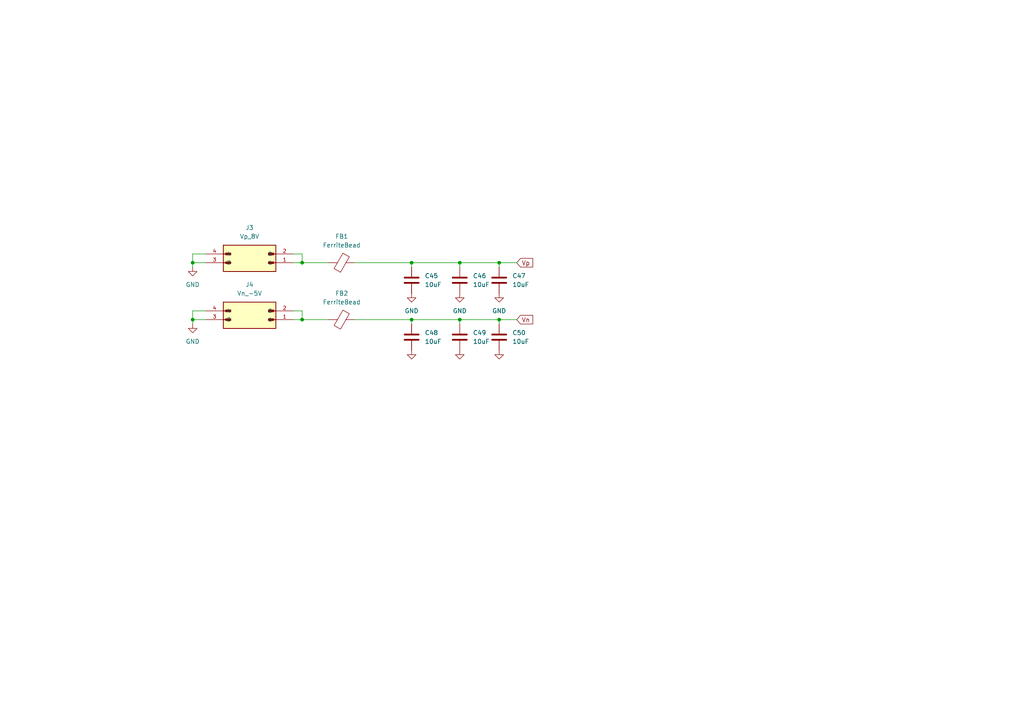
<source format=kicad_sch>
(kicad_sch (version 20231120) (generator "eeschema") (generator_version "8.0")
  (paper "A4")
  (lib_symbols
    (symbol "Device:C" (pin_numbers hide) (pin_names (offset 0.254))
      (property "Reference" "C" (at 0.635 2.54 0))
      (property "Value" "C" (at 0.635 -2.54 0))
      (symbol "C_0_1"
        (polyline (pts (xy -2.032 -0.762) (xy 2.032 -0.762)) (stroke (width 0.508)))
        (polyline (pts (xy -2.032 0.762) (xy 2.032 0.762)) (stroke (width 0.508)))
      )
      (symbol "C_1_1"
        (pin passive line (at 0 3.81 270) (length 2.794) (name "~") (number "1"))
        (pin passive line (at 0 -3.81 90) (length 2.794) (name "~") (number "2"))
      )
    )
    (symbol "Device:FerriteBead" (pin_numbers hide) (pin_names (offset 0))
      (property "Reference" "FB" (at -3.81 0.635 90))
      (property "Value" "FerriteBead" (at 3.81 0 90))
      (symbol "FerriteBead_0_1"
        (polyline (pts (xy 0 -1.27) (xy 0 -1.2192)))
        (polyline (pts (xy 0 1.27) (xy 0 1.2954)))
        (polyline (pts (xy -2.7686 0.4064) (xy -1.7018 2.2606) (xy 2.7686 -0.3048) (xy 1.6764 -2.159) (xy -2.7686 0.4064)))
      )
      (symbol "FerriteBead_1_1"
        (pin passive line (at 0 3.81 270) (length 2.54) (name "~") (number "1"))
        (pin passive line (at 0 -3.81 90) (length 2.54) (name "~") (number "2"))
      )
    )
    (symbol "New_Library_0:Molex_26013115" (pin_names (offset 1.016))
      (property "Reference" "J" (at -7.62 3.81 0))
      (property "Value" "Molex_26013115" (at -7.62 -7.62 0))
      (symbol "Molex_26013115_0_0"
        (rectangle (start -7.62 2.54) (end 7.62 -5.08) (stroke (width 0.254)) (fill (type background)))
        (rectangle (start -6.985 -2.8575) (end -5.3975 -2.2225) (stroke (width 0.1)) (fill (type outline)))
        (rectangle (start -6.985 -0.3175) (end -5.3975 0.3175) (stroke (width 0.1)) (fill (type outline)))
        (polyline (pts (xy -7.62 -2.54) (xy -5.715 -2.54)) (stroke (width 0.254)))
        (polyline (pts (xy -7.62 0) (xy -5.715 0)) (stroke (width 0.254)))
        (polyline (pts (xy 7.62 -2.54) (xy 5.715 -2.54)) (stroke (width 0.254)))
        (polyline (pts (xy 7.62 0) (xy 5.715 0)) (stroke (width 0.254)))
        (rectangle (start 5.3975 -2.8575) (end 6.985 -2.2225) (stroke (width 0.1)) (fill (type outline)))
        (rectangle (start 5.3975 -0.3175) (end 6.985 0.3175) (stroke (width 0.1)) (fill (type outline)))
        (pin passive line (at -12.7 0 0) (length 5.08) (name "1") (number "1"))
        (pin passive line (at -12.7 -2.54 0) (length 5.08) (name "2") (number "2"))
        (pin passive line (at 12.7 0 180) (length 5.08) (name "3") (number "3"))
        (pin passive line (at 12.7 -2.54 180) (length 5.08) (name "4") (number "4"))
      )
    )
    (symbol "power:GND" (power) (pin_numbers hide) (pin_names (offset 0) hide)
      (property "Value" "GND" (at 0 -3.81 0))
      (symbol "GND_0_1"
        (polyline (pts (xy 0 0) (xy 0 -1.27) (xy 1.27 -1.27) (xy 0 -2.54) (xy -1.27 -1.27) (xy 0 -1.27)))
      )
      (symbol "GND_1_1"
        (pin power_in line (at 0 0 270) (length 0) (name "~") (number "1"))
      )
    )
  )
  (junction (at 119.38 76.2))
  (junction (at 144.78 76.2))
  (junction (at 144.78 92.71))
  (junction (at 55.88 76.2))
  (junction (at 55.88 92.71))
  (junction (at 87.63 92.71))
  (junction (at 133.35 76.2))
  (junction (at 133.35 92.71))
  (junction (at 87.63 76.2))
  (junction (at 119.38 92.71))
  (wire (pts (xy 59.69 73.66) (xy 55.88 73.66)))
  (wire (pts (xy 144.78 77.47) (xy 144.78 76.2)))
  (wire (pts (xy 59.69 90.17) (xy 55.88 90.17)))
  (wire (pts (xy 133.35 93.98) (xy 133.35 92.71)))
  (wire (pts (xy 85.09 92.71) (xy 87.63 92.71)))
  (wire (pts (xy 133.35 77.47) (xy 133.35 76.2)))
  (wire (pts (xy 87.63 90.17) (xy 87.63 92.71)))
  (wire (pts (xy 102.87 76.2) (xy 119.38 76.2)))
  (wire (pts (xy 133.35 76.2) (xy 144.78 76.2)))
  (wire (pts (xy 85.09 76.2) (xy 87.63 76.2)))
  (wire (pts (xy 144.78 92.71) (xy 149.86 92.71)))
  (wire (pts (xy 85.09 73.66) (xy 87.63 73.66)))
  (wire (pts (xy 144.78 76.2) (xy 149.86 76.2)))
  (wire (pts (xy 102.87 92.71) (xy 119.38 92.71)))
  (wire (pts (xy 55.88 73.66) (xy 55.88 76.2)))
  (wire (pts (xy 55.88 92.71) (xy 55.88 93.98)))
  (wire (pts (xy 119.38 92.71) (xy 133.35 92.71)))
  (wire (pts (xy 55.88 92.71) (xy 59.69 92.71)))
  (wire (pts (xy 133.35 92.71) (xy 144.78 92.71)))
  (wire (pts (xy 119.38 76.2) (xy 133.35 76.2)))
  (wire (pts (xy 85.09 90.17) (xy 87.63 90.17)))
  (wire (pts (xy 119.38 93.98) (xy 119.38 92.71)))
  (wire (pts (xy 87.63 73.66) (xy 87.63 76.2)))
  (wire (pts (xy 55.88 90.17) (xy 55.88 92.71)))
  (wire (pts (xy 119.38 77.47) (xy 119.38 76.2)))
  (wire (pts (xy 59.69 76.2) (xy 55.88 76.2)))
  (wire (pts (xy 144.78 93.98) (xy 144.78 92.71)))
  (wire (pts (xy 87.63 92.71) (xy 95.25 92.71)))
  (wire (pts (xy 55.88 76.2) (xy 55.88 77.47)))
  (wire (pts (xy 87.63 76.2) (xy 95.25 76.2)))
  (global_label "Vp" (shape input) (at 149.86 76.2 0) (property "Intersheetrefs" "${INTERSHEET_REFS}" (effects (hide yes))))
  (global_label "Vn" (shape input) (at 149.86 92.71 0) (property "Intersheetrefs" "${INTERSHEET_REFS}" (effects (hide yes))))
  (symbol (lib_id "Device:FerriteBead") (at 99.06 76.2 270) (unit 1)
    (property "Reference" "FB1" (at 99.1108 68.58 90))
    (property "Value" "FerriteBead" (at 99.1108 71.12 90))
    (property "Footprint" "Library:BLM21PG300SN1B" (effects (hide yes)))
    (property "Description" "Ferrite bead" (effects (hide yes)))
  )
  (symbol (lib_id "power:GND") (at 144.78 85.09 0) (unit 1)
    (property "Reference" "#PWR07" (effects (hide yes)))
    (property "Value" "GND" (at 144.78 90.17 0))
    (property "Description" "Power symbol creates a global label with name \"GND\" , ground" (effects (hide yes)))
  )
  (symbol (lib_id "New_Library_0:Molex_26013115") (at 72.39 92.71 180) (unit 1)
    (property "Reference" "J4" (at 72.39 82.55 0))
    (property "Value" "Vn_-5V" (at 72.39 85.09 0))
    (property "Footprint" "Library:MOLEX_26013115" (effects (hide yes)))
  )
  (symbol (lib_id "Device:C") (at 119.38 97.79 0) (unit 1)
    (property "Reference" "C48" (at 123.19 96.5199 0) (effects (justify left)))
    (property "Value" "10uF" (at 123.19 99.0599 0) (effects (justify left)))
    (property "Footprint" "Capacitor_SMD:C_1210_3225Metric_Pad1.33x2.70mm_HandSolder" (effects (hide yes)))
    (property "Description" "Unpolarized capacitor" (effects (hide yes)))
  )
  (symbol (lib_id "power:GND") (at 55.88 77.47 0) (unit 1)
    (property "Reference" "#PWR050" (effects (hide yes)))
    (property "Value" "GND" (at 55.88 82.55 0))
    (property "Description" "Power symbol creates a global label with name \"GND\" , ground" (effects (hide yes)))
  )
  (symbol (lib_id "power:GND") (at 133.35 101.6 0) (unit 1)
    (property "Reference" "#PWR05" (effects (hide yes)))
    (property "Value" "GND" (effects (hide yes)))
    (property "Description" "Power symbol creates a global label with name \"GND\" , ground" (effects (hide yes)))
  )
  (symbol (lib_id "Device:FerriteBead") (at 99.06 92.71 270) (unit 1)
    (property "Reference" "FB2" (at 99.1108 85.09 90))
    (property "Value" "FerriteBead" (at 99.1108 87.63 90))
    (property "Footprint" "Library:BLM21PG300SN1B" (effects (hide yes)))
    (property "Description" "Ferrite bead" (effects (hide yes)))
  )
  (symbol (lib_id "Device:C") (at 144.78 81.28 0) (unit 1)
    (property "Reference" "C47" (at 148.59 80.0099 0) (effects (justify left)))
    (property "Value" "10uF" (at 148.59 82.5499 0) (effects (justify left)))
    (property "Footprint" "Capacitor_SMD:C_1210_3225Metric_Pad1.33x2.70mm_HandSolder" (effects (hide yes)))
    (property "Description" "Unpolarized capacitor" (effects (hide yes)))
  )
  (symbol (lib_id "Device:C") (at 144.78 97.79 0) (unit 1)
    (property "Reference" "C50" (at 148.59 96.5199 0) (effects (justify left)))
    (property "Value" "10uF" (at 148.59 99.0599 0) (effects (justify left)))
    (property "Footprint" "Capacitor_SMD:C_1210_3225Metric_Pad1.33x2.70mm_HandSolder" (effects (hide yes)))
    (property "Description" "Unpolarized capacitor" (effects (hide yes)))
  )
  (symbol (lib_id "power:GND") (at 119.38 101.6 0) (unit 1)
    (property "Reference" "#PWR02" (effects (hide yes)))
    (property "Value" "GND" (effects (hide yes)))
    (property "Description" "Power symbol creates a global label with name \"GND\" , ground" (effects (hide yes)))
  )
  (symbol (lib_id "Device:C") (at 133.35 97.79 0) (unit 1)
    (property "Reference" "C49" (at 137.16 96.5199 0) (effects (justify left)))
    (property "Value" "10uF" (at 137.16 99.0599 0) (effects (justify left)))
    (property "Footprint" "Capacitor_SMD:C_1210_3225Metric_Pad1.33x2.70mm_HandSolder" (effects (hide yes)))
    (property "Description" "Unpolarized capacitor" (effects (hide yes)))
  )
  (symbol (lib_id "power:GND") (at 119.38 85.09 0) (unit 1)
    (property "Reference" "#PWR01" (effects (hide yes)))
    (property "Value" "GND" (at 119.38 90.17 0))
    (property "Description" "Power symbol creates a global label with name \"GND\" , ground" (effects (hide yes)))
  )
  (symbol (lib_id "power:GND") (at 144.78 101.6 0) (unit 1)
    (property "Reference" "#PWR08" (effects (hide yes)))
    (property "Value" "GND" (effects (hide yes)))
    (property "Description" "Power symbol creates a global label with name \"GND\" , ground" (effects (hide yes)))
  )
  (symbol (lib_id "power:GND") (at 55.88 93.98 0) (unit 1)
    (property "Reference" "#PWR049" (effects (hide yes)))
    (property "Value" "GND" (at 55.88 99.06 0))
    (property "Description" "Power symbol creates a global label with name \"GND\" , ground" (effects (hide yes)))
  )
  (symbol (lib_id "Device:C") (at 133.35 81.28 0) (unit 1)
    (property "Reference" "C46" (at 137.16 80.0099 0) (effects (justify left)))
    (property "Value" "10uF" (at 137.16 82.5499 0) (effects (justify left)))
    (property "Footprint" "Capacitor_SMD:C_1210_3225Metric_Pad1.33x2.70mm_HandSolder" (effects (hide yes)))
    (property "Description" "Unpolarized capacitor" (effects (hide yes)))
  )
  (symbol (lib_id "power:GND") (at 133.35 85.09 0) (unit 1)
    (property "Reference" "#PWR04" (effects (hide yes)))
    (property "Value" "GND" (at 133.35 90.17 0))
    (property "Description" "Power symbol creates a global label with name \"GND\" , ground" (effects (hide yes)))
  )
  (symbol (lib_id "Device:C") (at 119.38 81.28 0) (unit 1)
    (property "Reference" "C45" (at 123.19 80.0099 0) (effects (justify left)))
    (property "Value" "10uF" (at 123.19 82.5499 0) (effects (justify left)))
    (property "Footprint" "Capacitor_SMD:C_1210_3225Metric_Pad1.33x2.70mm_HandSolder" (effects (hide yes)))
    (property "Description" "Unpolarized capacitor" (effects (hide yes)))
  )
  (symbol (lib_id "New_Library_0:Molex_26013115") (at 72.39 76.2 180) (unit 1)
    (property "Reference" "J3" (at 72.39 66.04 0))
    (property "Value" "Vp_8V" (at 72.39 68.58 0))
    (property "Footprint" "Library:MOLEX_26013115" (effects (hide yes)))
  )
)
</source>
